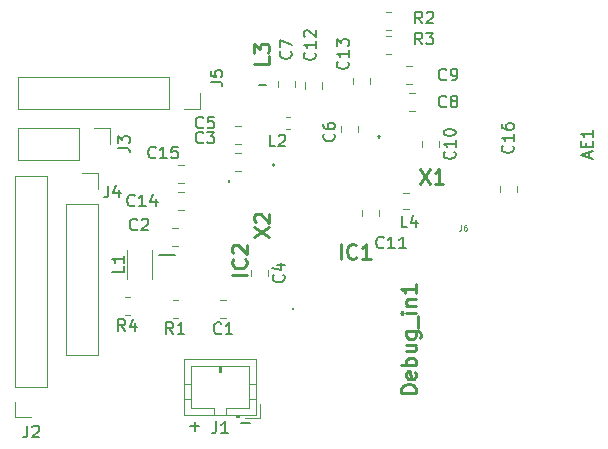
<source format=gbr>
%TF.GenerationSoftware,KiCad,Pcbnew,7.0.1*%
%TF.CreationDate,2023-11-12T22:26:15+01:00*%
%TF.ProjectId,pcbIOT,70636249-4f54-42e6-9b69-6361645f7063,rev?*%
%TF.SameCoordinates,Original*%
%TF.FileFunction,Legend,Top*%
%TF.FilePolarity,Positive*%
%FSLAX46Y46*%
G04 Gerber Fmt 4.6, Leading zero omitted, Abs format (unit mm)*
G04 Created by KiCad (PCBNEW 7.0.1) date 2023-11-12 22:26:15*
%MOMM*%
%LPD*%
G01*
G04 APERTURE LIST*
%ADD10C,0.150000*%
%ADD11C,0.120297*%
%ADD12C,0.254000*%
%ADD13C,0.120000*%
%ADD14C,0.200000*%
G04 APERTURE END LIST*
D10*
X128508095Y-88904666D02*
X129270000Y-88904666D01*
X124190095Y-89158666D02*
X124952000Y-89158666D01*
X124571047Y-89539619D02*
X124571047Y-88777714D01*
D11*
%TO.C,J6*%
X147159604Y-72131419D02*
X147159604Y-72475124D01*
X147159604Y-72475124D02*
X147136690Y-72543865D01*
X147136690Y-72543865D02*
X147090863Y-72589693D01*
X147090863Y-72589693D02*
X147022122Y-72612606D01*
X147022122Y-72612606D02*
X146976295Y-72612606D01*
X147594964Y-72131419D02*
X147503309Y-72131419D01*
X147503309Y-72131419D02*
X147457482Y-72154333D01*
X147457482Y-72154333D02*
X147434568Y-72177247D01*
X147434568Y-72177247D02*
X147388741Y-72245988D01*
X147388741Y-72245988D02*
X147365827Y-72337642D01*
X147365827Y-72337642D02*
X147365827Y-72520952D01*
X147365827Y-72520952D02*
X147388741Y-72566779D01*
X147388741Y-72566779D02*
X147411655Y-72589693D01*
X147411655Y-72589693D02*
X147457482Y-72612606D01*
X147457482Y-72612606D02*
X147549137Y-72612606D01*
X147549137Y-72612606D02*
X147594964Y-72589693D01*
X147594964Y-72589693D02*
X147617878Y-72566779D01*
X147617878Y-72566779D02*
X147640791Y-72520952D01*
X147640791Y-72520952D02*
X147640791Y-72406383D01*
X147640791Y-72406383D02*
X147617878Y-72360556D01*
X147617878Y-72360556D02*
X147594964Y-72337642D01*
X147594964Y-72337642D02*
X147549137Y-72314729D01*
X147549137Y-72314729D02*
X147457482Y-72314729D01*
X147457482Y-72314729D02*
X147411655Y-72337642D01*
X147411655Y-72337642D02*
X147388741Y-72360556D01*
X147388741Y-72360556D02*
X147365827Y-72406383D01*
D10*
%TO.C,C16*%
X151497380Y-65412857D02*
X151545000Y-65460476D01*
X151545000Y-65460476D02*
X151592619Y-65603333D01*
X151592619Y-65603333D02*
X151592619Y-65698571D01*
X151592619Y-65698571D02*
X151545000Y-65841428D01*
X151545000Y-65841428D02*
X151449761Y-65936666D01*
X151449761Y-65936666D02*
X151354523Y-65984285D01*
X151354523Y-65984285D02*
X151164047Y-66031904D01*
X151164047Y-66031904D02*
X151021190Y-66031904D01*
X151021190Y-66031904D02*
X150830714Y-65984285D01*
X150830714Y-65984285D02*
X150735476Y-65936666D01*
X150735476Y-65936666D02*
X150640238Y-65841428D01*
X150640238Y-65841428D02*
X150592619Y-65698571D01*
X150592619Y-65698571D02*
X150592619Y-65603333D01*
X150592619Y-65603333D02*
X150640238Y-65460476D01*
X150640238Y-65460476D02*
X150687857Y-65412857D01*
X151592619Y-64460476D02*
X151592619Y-65031904D01*
X151592619Y-64746190D02*
X150592619Y-64746190D01*
X150592619Y-64746190D02*
X150735476Y-64841428D01*
X150735476Y-64841428D02*
X150830714Y-64936666D01*
X150830714Y-64936666D02*
X150878333Y-65031904D01*
X150592619Y-63603333D02*
X150592619Y-63793809D01*
X150592619Y-63793809D02*
X150640238Y-63889047D01*
X150640238Y-63889047D02*
X150687857Y-63936666D01*
X150687857Y-63936666D02*
X150830714Y-64031904D01*
X150830714Y-64031904D02*
X151021190Y-64079523D01*
X151021190Y-64079523D02*
X151402142Y-64079523D01*
X151402142Y-64079523D02*
X151497380Y-64031904D01*
X151497380Y-64031904D02*
X151545000Y-63984285D01*
X151545000Y-63984285D02*
X151592619Y-63889047D01*
X151592619Y-63889047D02*
X151592619Y-63698571D01*
X151592619Y-63698571D02*
X151545000Y-63603333D01*
X151545000Y-63603333D02*
X151497380Y-63555714D01*
X151497380Y-63555714D02*
X151402142Y-63508095D01*
X151402142Y-63508095D02*
X151164047Y-63508095D01*
X151164047Y-63508095D02*
X151068809Y-63555714D01*
X151068809Y-63555714D02*
X151021190Y-63603333D01*
X151021190Y-63603333D02*
X150973571Y-63698571D01*
X150973571Y-63698571D02*
X150973571Y-63889047D01*
X150973571Y-63889047D02*
X151021190Y-63984285D01*
X151021190Y-63984285D02*
X151068809Y-64031904D01*
X151068809Y-64031904D02*
X151164047Y-64079523D01*
%TO.C,C8*%
X145883333Y-62089380D02*
X145835714Y-62137000D01*
X145835714Y-62137000D02*
X145692857Y-62184619D01*
X145692857Y-62184619D02*
X145597619Y-62184619D01*
X145597619Y-62184619D02*
X145454762Y-62137000D01*
X145454762Y-62137000D02*
X145359524Y-62041761D01*
X145359524Y-62041761D02*
X145311905Y-61946523D01*
X145311905Y-61946523D02*
X145264286Y-61756047D01*
X145264286Y-61756047D02*
X145264286Y-61613190D01*
X145264286Y-61613190D02*
X145311905Y-61422714D01*
X145311905Y-61422714D02*
X145359524Y-61327476D01*
X145359524Y-61327476D02*
X145454762Y-61232238D01*
X145454762Y-61232238D02*
X145597619Y-61184619D01*
X145597619Y-61184619D02*
X145692857Y-61184619D01*
X145692857Y-61184619D02*
X145835714Y-61232238D01*
X145835714Y-61232238D02*
X145883333Y-61279857D01*
X146454762Y-61613190D02*
X146359524Y-61565571D01*
X146359524Y-61565571D02*
X146311905Y-61517952D01*
X146311905Y-61517952D02*
X146264286Y-61422714D01*
X146264286Y-61422714D02*
X146264286Y-61375095D01*
X146264286Y-61375095D02*
X146311905Y-61279857D01*
X146311905Y-61279857D02*
X146359524Y-61232238D01*
X146359524Y-61232238D02*
X146454762Y-61184619D01*
X146454762Y-61184619D02*
X146645238Y-61184619D01*
X146645238Y-61184619D02*
X146740476Y-61232238D01*
X146740476Y-61232238D02*
X146788095Y-61279857D01*
X146788095Y-61279857D02*
X146835714Y-61375095D01*
X146835714Y-61375095D02*
X146835714Y-61422714D01*
X146835714Y-61422714D02*
X146788095Y-61517952D01*
X146788095Y-61517952D02*
X146740476Y-61565571D01*
X146740476Y-61565571D02*
X146645238Y-61613190D01*
X146645238Y-61613190D02*
X146454762Y-61613190D01*
X146454762Y-61613190D02*
X146359524Y-61660809D01*
X146359524Y-61660809D02*
X146311905Y-61708428D01*
X146311905Y-61708428D02*
X146264286Y-61803666D01*
X146264286Y-61803666D02*
X146264286Y-61994142D01*
X146264286Y-61994142D02*
X146311905Y-62089380D01*
X146311905Y-62089380D02*
X146359524Y-62137000D01*
X146359524Y-62137000D02*
X146454762Y-62184619D01*
X146454762Y-62184619D02*
X146645238Y-62184619D01*
X146645238Y-62184619D02*
X146740476Y-62137000D01*
X146740476Y-62137000D02*
X146788095Y-62089380D01*
X146788095Y-62089380D02*
X146835714Y-61994142D01*
X146835714Y-61994142D02*
X146835714Y-61803666D01*
X146835714Y-61803666D02*
X146788095Y-61708428D01*
X146788095Y-61708428D02*
X146740476Y-61660809D01*
X146740476Y-61660809D02*
X146645238Y-61613190D01*
D12*
%TO.C,IC1*%
X136936237Y-75009526D02*
X136936237Y-73739526D01*
X138266714Y-74888573D02*
X138206238Y-74949050D01*
X138206238Y-74949050D02*
X138024809Y-75009526D01*
X138024809Y-75009526D02*
X137903857Y-75009526D01*
X137903857Y-75009526D02*
X137722428Y-74949050D01*
X137722428Y-74949050D02*
X137601476Y-74828097D01*
X137601476Y-74828097D02*
X137540999Y-74707145D01*
X137540999Y-74707145D02*
X137480523Y-74465240D01*
X137480523Y-74465240D02*
X137480523Y-74283811D01*
X137480523Y-74283811D02*
X137540999Y-74041907D01*
X137540999Y-74041907D02*
X137601476Y-73920954D01*
X137601476Y-73920954D02*
X137722428Y-73800002D01*
X137722428Y-73800002D02*
X137903857Y-73739526D01*
X137903857Y-73739526D02*
X138024809Y-73739526D01*
X138024809Y-73739526D02*
X138206238Y-73800002D01*
X138206238Y-73800002D02*
X138266714Y-73860478D01*
X139476238Y-75009526D02*
X138750523Y-75009526D01*
X139113380Y-75009526D02*
X139113380Y-73739526D01*
X139113380Y-73739526D02*
X138992428Y-73920954D01*
X138992428Y-73920954D02*
X138871476Y-74041907D01*
X138871476Y-74041907D02*
X138750523Y-74102383D01*
D10*
%TO.C,L4*%
X142581333Y-72344619D02*
X142105143Y-72344619D01*
X142105143Y-72344619D02*
X142105143Y-71344619D01*
X143343238Y-71677952D02*
X143343238Y-72344619D01*
X143105143Y-71297000D02*
X142867048Y-72011285D01*
X142867048Y-72011285D02*
X143486095Y-72011285D01*
%TO.C,C6*%
X136355380Y-64428666D02*
X136403000Y-64476285D01*
X136403000Y-64476285D02*
X136450619Y-64619142D01*
X136450619Y-64619142D02*
X136450619Y-64714380D01*
X136450619Y-64714380D02*
X136403000Y-64857237D01*
X136403000Y-64857237D02*
X136307761Y-64952475D01*
X136307761Y-64952475D02*
X136212523Y-65000094D01*
X136212523Y-65000094D02*
X136022047Y-65047713D01*
X136022047Y-65047713D02*
X135879190Y-65047713D01*
X135879190Y-65047713D02*
X135688714Y-65000094D01*
X135688714Y-65000094D02*
X135593476Y-64952475D01*
X135593476Y-64952475D02*
X135498238Y-64857237D01*
X135498238Y-64857237D02*
X135450619Y-64714380D01*
X135450619Y-64714380D02*
X135450619Y-64619142D01*
X135450619Y-64619142D02*
X135498238Y-64476285D01*
X135498238Y-64476285D02*
X135545857Y-64428666D01*
X135450619Y-63571523D02*
X135450619Y-63761999D01*
X135450619Y-63761999D02*
X135498238Y-63857237D01*
X135498238Y-63857237D02*
X135545857Y-63904856D01*
X135545857Y-63904856D02*
X135688714Y-64000094D01*
X135688714Y-64000094D02*
X135879190Y-64047713D01*
X135879190Y-64047713D02*
X136260142Y-64047713D01*
X136260142Y-64047713D02*
X136355380Y-64000094D01*
X136355380Y-64000094D02*
X136403000Y-63952475D01*
X136403000Y-63952475D02*
X136450619Y-63857237D01*
X136450619Y-63857237D02*
X136450619Y-63666761D01*
X136450619Y-63666761D02*
X136403000Y-63571523D01*
X136403000Y-63571523D02*
X136355380Y-63523904D01*
X136355380Y-63523904D02*
X136260142Y-63476285D01*
X136260142Y-63476285D02*
X136022047Y-63476285D01*
X136022047Y-63476285D02*
X135926809Y-63523904D01*
X135926809Y-63523904D02*
X135879190Y-63571523D01*
X135879190Y-63571523D02*
X135831571Y-63666761D01*
X135831571Y-63666761D02*
X135831571Y-63857237D01*
X135831571Y-63857237D02*
X135879190Y-63952475D01*
X135879190Y-63952475D02*
X135926809Y-64000094D01*
X135926809Y-64000094D02*
X136022047Y-64047713D01*
%TO.C,C1*%
X126833333Y-81295380D02*
X126785714Y-81343000D01*
X126785714Y-81343000D02*
X126642857Y-81390619D01*
X126642857Y-81390619D02*
X126547619Y-81390619D01*
X126547619Y-81390619D02*
X126404762Y-81343000D01*
X126404762Y-81343000D02*
X126309524Y-81247761D01*
X126309524Y-81247761D02*
X126261905Y-81152523D01*
X126261905Y-81152523D02*
X126214286Y-80962047D01*
X126214286Y-80962047D02*
X126214286Y-80819190D01*
X126214286Y-80819190D02*
X126261905Y-80628714D01*
X126261905Y-80628714D02*
X126309524Y-80533476D01*
X126309524Y-80533476D02*
X126404762Y-80438238D01*
X126404762Y-80438238D02*
X126547619Y-80390619D01*
X126547619Y-80390619D02*
X126642857Y-80390619D01*
X126642857Y-80390619D02*
X126785714Y-80438238D01*
X126785714Y-80438238D02*
X126833333Y-80485857D01*
X127785714Y-81390619D02*
X127214286Y-81390619D01*
X127500000Y-81390619D02*
X127500000Y-80390619D01*
X127500000Y-80390619D02*
X127404762Y-80533476D01*
X127404762Y-80533476D02*
X127309524Y-80628714D01*
X127309524Y-80628714D02*
X127214286Y-80676333D01*
%TO.C,C2*%
X119721333Y-72503380D02*
X119673714Y-72551000D01*
X119673714Y-72551000D02*
X119530857Y-72598619D01*
X119530857Y-72598619D02*
X119435619Y-72598619D01*
X119435619Y-72598619D02*
X119292762Y-72551000D01*
X119292762Y-72551000D02*
X119197524Y-72455761D01*
X119197524Y-72455761D02*
X119149905Y-72360523D01*
X119149905Y-72360523D02*
X119102286Y-72170047D01*
X119102286Y-72170047D02*
X119102286Y-72027190D01*
X119102286Y-72027190D02*
X119149905Y-71836714D01*
X119149905Y-71836714D02*
X119197524Y-71741476D01*
X119197524Y-71741476D02*
X119292762Y-71646238D01*
X119292762Y-71646238D02*
X119435619Y-71598619D01*
X119435619Y-71598619D02*
X119530857Y-71598619D01*
X119530857Y-71598619D02*
X119673714Y-71646238D01*
X119673714Y-71646238D02*
X119721333Y-71693857D01*
X120102286Y-71693857D02*
X120149905Y-71646238D01*
X120149905Y-71646238D02*
X120245143Y-71598619D01*
X120245143Y-71598619D02*
X120483238Y-71598619D01*
X120483238Y-71598619D02*
X120578476Y-71646238D01*
X120578476Y-71646238D02*
X120626095Y-71693857D01*
X120626095Y-71693857D02*
X120673714Y-71789095D01*
X120673714Y-71789095D02*
X120673714Y-71884333D01*
X120673714Y-71884333D02*
X120626095Y-72027190D01*
X120626095Y-72027190D02*
X120054667Y-72598619D01*
X120054667Y-72598619D02*
X120673714Y-72598619D01*
%TO.C,J5*%
X125930619Y-60023333D02*
X126644904Y-60023333D01*
X126644904Y-60023333D02*
X126787761Y-60070952D01*
X126787761Y-60070952D02*
X126883000Y-60166190D01*
X126883000Y-60166190D02*
X126930619Y-60309047D01*
X126930619Y-60309047D02*
X126930619Y-60404285D01*
X125930619Y-59070952D02*
X125930619Y-59547142D01*
X125930619Y-59547142D02*
X126406809Y-59594761D01*
X126406809Y-59594761D02*
X126359190Y-59547142D01*
X126359190Y-59547142D02*
X126311571Y-59451904D01*
X126311571Y-59451904D02*
X126311571Y-59213809D01*
X126311571Y-59213809D02*
X126359190Y-59118571D01*
X126359190Y-59118571D02*
X126406809Y-59070952D01*
X126406809Y-59070952D02*
X126502047Y-59023333D01*
X126502047Y-59023333D02*
X126740142Y-59023333D01*
X126740142Y-59023333D02*
X126835380Y-59070952D01*
X126835380Y-59070952D02*
X126883000Y-59118571D01*
X126883000Y-59118571D02*
X126930619Y-59213809D01*
X126930619Y-59213809D02*
X126930619Y-59451904D01*
X126930619Y-59451904D02*
X126883000Y-59547142D01*
X126883000Y-59547142D02*
X126835380Y-59594761D01*
D12*
%TO.C,IC2*%
X128997439Y-76348702D02*
X127727439Y-76348702D01*
X128876486Y-75018225D02*
X128936963Y-75078701D01*
X128936963Y-75078701D02*
X128997439Y-75260130D01*
X128997439Y-75260130D02*
X128997439Y-75381082D01*
X128997439Y-75381082D02*
X128936963Y-75562511D01*
X128936963Y-75562511D02*
X128816010Y-75683463D01*
X128816010Y-75683463D02*
X128695058Y-75743940D01*
X128695058Y-75743940D02*
X128453153Y-75804416D01*
X128453153Y-75804416D02*
X128271724Y-75804416D01*
X128271724Y-75804416D02*
X128029820Y-75743940D01*
X128029820Y-75743940D02*
X127908867Y-75683463D01*
X127908867Y-75683463D02*
X127787915Y-75562511D01*
X127787915Y-75562511D02*
X127727439Y-75381082D01*
X127727439Y-75381082D02*
X127727439Y-75260130D01*
X127727439Y-75260130D02*
X127787915Y-75078701D01*
X127787915Y-75078701D02*
X127848391Y-75018225D01*
X127848391Y-74534416D02*
X127787915Y-74473940D01*
X127787915Y-74473940D02*
X127727439Y-74352987D01*
X127727439Y-74352987D02*
X127727439Y-74050606D01*
X127727439Y-74050606D02*
X127787915Y-73929654D01*
X127787915Y-73929654D02*
X127848391Y-73869178D01*
X127848391Y-73869178D02*
X127969343Y-73808701D01*
X127969343Y-73808701D02*
X128090296Y-73808701D01*
X128090296Y-73808701D02*
X128271724Y-73869178D01*
X128271724Y-73869178D02*
X128997439Y-74594892D01*
X128997439Y-74594892D02*
X128997439Y-73808701D01*
D10*
%TO.C,J1*%
X126412666Y-88764619D02*
X126412666Y-89478904D01*
X126412666Y-89478904D02*
X126365047Y-89621761D01*
X126365047Y-89621761D02*
X126269809Y-89717000D01*
X126269809Y-89717000D02*
X126126952Y-89764619D01*
X126126952Y-89764619D02*
X126031714Y-89764619D01*
X127412666Y-89764619D02*
X126841238Y-89764619D01*
X127126952Y-89764619D02*
X127126952Y-88764619D01*
X127126952Y-88764619D02*
X127031714Y-88907476D01*
X127031714Y-88907476D02*
X126936476Y-89002714D01*
X126936476Y-89002714D02*
X126841238Y-89050333D01*
D12*
%TO.C,L3*%
X130889526Y-57869666D02*
X130889526Y-58474428D01*
X130889526Y-58474428D02*
X129619526Y-58474428D01*
X129619526Y-57567285D02*
X129619526Y-56781094D01*
X129619526Y-56781094D02*
X130103335Y-57204428D01*
X130103335Y-57204428D02*
X130103335Y-57022999D01*
X130103335Y-57022999D02*
X130163811Y-56902047D01*
X130163811Y-56902047D02*
X130224288Y-56841571D01*
X130224288Y-56841571D02*
X130345240Y-56781094D01*
X130345240Y-56781094D02*
X130647621Y-56781094D01*
X130647621Y-56781094D02*
X130768573Y-56841571D01*
X130768573Y-56841571D02*
X130829050Y-56902047D01*
X130829050Y-56902047D02*
X130889526Y-57022999D01*
X130889526Y-57022999D02*
X130889526Y-57385856D01*
X130889526Y-57385856D02*
X130829050Y-57506809D01*
X130829050Y-57506809D02*
X130768573Y-57567285D01*
D10*
%TO.C,C13*%
X137527380Y-58300857D02*
X137575000Y-58348476D01*
X137575000Y-58348476D02*
X137622619Y-58491333D01*
X137622619Y-58491333D02*
X137622619Y-58586571D01*
X137622619Y-58586571D02*
X137575000Y-58729428D01*
X137575000Y-58729428D02*
X137479761Y-58824666D01*
X137479761Y-58824666D02*
X137384523Y-58872285D01*
X137384523Y-58872285D02*
X137194047Y-58919904D01*
X137194047Y-58919904D02*
X137051190Y-58919904D01*
X137051190Y-58919904D02*
X136860714Y-58872285D01*
X136860714Y-58872285D02*
X136765476Y-58824666D01*
X136765476Y-58824666D02*
X136670238Y-58729428D01*
X136670238Y-58729428D02*
X136622619Y-58586571D01*
X136622619Y-58586571D02*
X136622619Y-58491333D01*
X136622619Y-58491333D02*
X136670238Y-58348476D01*
X136670238Y-58348476D02*
X136717857Y-58300857D01*
X137622619Y-57348476D02*
X137622619Y-57919904D01*
X137622619Y-57634190D02*
X136622619Y-57634190D01*
X136622619Y-57634190D02*
X136765476Y-57729428D01*
X136765476Y-57729428D02*
X136860714Y-57824666D01*
X136860714Y-57824666D02*
X136908333Y-57919904D01*
X136622619Y-57015142D02*
X136622619Y-56396095D01*
X136622619Y-56396095D02*
X137003571Y-56729428D01*
X137003571Y-56729428D02*
X137003571Y-56586571D01*
X137003571Y-56586571D02*
X137051190Y-56491333D01*
X137051190Y-56491333D02*
X137098809Y-56443714D01*
X137098809Y-56443714D02*
X137194047Y-56396095D01*
X137194047Y-56396095D02*
X137432142Y-56396095D01*
X137432142Y-56396095D02*
X137527380Y-56443714D01*
X137527380Y-56443714D02*
X137575000Y-56491333D01*
X137575000Y-56491333D02*
X137622619Y-56586571D01*
X137622619Y-56586571D02*
X137622619Y-56872285D01*
X137622619Y-56872285D02*
X137575000Y-56967523D01*
X137575000Y-56967523D02*
X137527380Y-57015142D01*
%TO.C,R3*%
X143851333Y-56850619D02*
X143518000Y-56374428D01*
X143279905Y-56850619D02*
X143279905Y-55850619D01*
X143279905Y-55850619D02*
X143660857Y-55850619D01*
X143660857Y-55850619D02*
X143756095Y-55898238D01*
X143756095Y-55898238D02*
X143803714Y-55945857D01*
X143803714Y-55945857D02*
X143851333Y-56041095D01*
X143851333Y-56041095D02*
X143851333Y-56183952D01*
X143851333Y-56183952D02*
X143803714Y-56279190D01*
X143803714Y-56279190D02*
X143756095Y-56326809D01*
X143756095Y-56326809D02*
X143660857Y-56374428D01*
X143660857Y-56374428D02*
X143279905Y-56374428D01*
X144184667Y-55850619D02*
X144803714Y-55850619D01*
X144803714Y-55850619D02*
X144470381Y-56231571D01*
X144470381Y-56231571D02*
X144613238Y-56231571D01*
X144613238Y-56231571D02*
X144708476Y-56279190D01*
X144708476Y-56279190D02*
X144756095Y-56326809D01*
X144756095Y-56326809D02*
X144803714Y-56422047D01*
X144803714Y-56422047D02*
X144803714Y-56660142D01*
X144803714Y-56660142D02*
X144756095Y-56755380D01*
X144756095Y-56755380D02*
X144708476Y-56803000D01*
X144708476Y-56803000D02*
X144613238Y-56850619D01*
X144613238Y-56850619D02*
X144327524Y-56850619D01*
X144327524Y-56850619D02*
X144232286Y-56803000D01*
X144232286Y-56803000D02*
X144184667Y-56755380D01*
%TO.C,C7*%
X132701380Y-57443666D02*
X132749000Y-57491285D01*
X132749000Y-57491285D02*
X132796619Y-57634142D01*
X132796619Y-57634142D02*
X132796619Y-57729380D01*
X132796619Y-57729380D02*
X132749000Y-57872237D01*
X132749000Y-57872237D02*
X132653761Y-57967475D01*
X132653761Y-57967475D02*
X132558523Y-58015094D01*
X132558523Y-58015094D02*
X132368047Y-58062713D01*
X132368047Y-58062713D02*
X132225190Y-58062713D01*
X132225190Y-58062713D02*
X132034714Y-58015094D01*
X132034714Y-58015094D02*
X131939476Y-57967475D01*
X131939476Y-57967475D02*
X131844238Y-57872237D01*
X131844238Y-57872237D02*
X131796619Y-57729380D01*
X131796619Y-57729380D02*
X131796619Y-57634142D01*
X131796619Y-57634142D02*
X131844238Y-57491285D01*
X131844238Y-57491285D02*
X131891857Y-57443666D01*
X131796619Y-57110332D02*
X131796619Y-56443666D01*
X131796619Y-56443666D02*
X132796619Y-56872237D01*
%TO.C,C15*%
X121277142Y-66407380D02*
X121229523Y-66455000D01*
X121229523Y-66455000D02*
X121086666Y-66502619D01*
X121086666Y-66502619D02*
X120991428Y-66502619D01*
X120991428Y-66502619D02*
X120848571Y-66455000D01*
X120848571Y-66455000D02*
X120753333Y-66359761D01*
X120753333Y-66359761D02*
X120705714Y-66264523D01*
X120705714Y-66264523D02*
X120658095Y-66074047D01*
X120658095Y-66074047D02*
X120658095Y-65931190D01*
X120658095Y-65931190D02*
X120705714Y-65740714D01*
X120705714Y-65740714D02*
X120753333Y-65645476D01*
X120753333Y-65645476D02*
X120848571Y-65550238D01*
X120848571Y-65550238D02*
X120991428Y-65502619D01*
X120991428Y-65502619D02*
X121086666Y-65502619D01*
X121086666Y-65502619D02*
X121229523Y-65550238D01*
X121229523Y-65550238D02*
X121277142Y-65597857D01*
X122229523Y-66502619D02*
X121658095Y-66502619D01*
X121943809Y-66502619D02*
X121943809Y-65502619D01*
X121943809Y-65502619D02*
X121848571Y-65645476D01*
X121848571Y-65645476D02*
X121753333Y-65740714D01*
X121753333Y-65740714D02*
X121658095Y-65788333D01*
X123134285Y-65502619D02*
X122658095Y-65502619D01*
X122658095Y-65502619D02*
X122610476Y-65978809D01*
X122610476Y-65978809D02*
X122658095Y-65931190D01*
X122658095Y-65931190D02*
X122753333Y-65883571D01*
X122753333Y-65883571D02*
X122991428Y-65883571D01*
X122991428Y-65883571D02*
X123086666Y-65931190D01*
X123086666Y-65931190D02*
X123134285Y-65978809D01*
X123134285Y-65978809D02*
X123181904Y-66074047D01*
X123181904Y-66074047D02*
X123181904Y-66312142D01*
X123181904Y-66312142D02*
X123134285Y-66407380D01*
X123134285Y-66407380D02*
X123086666Y-66455000D01*
X123086666Y-66455000D02*
X122991428Y-66502619D01*
X122991428Y-66502619D02*
X122753333Y-66502619D01*
X122753333Y-66502619D02*
X122658095Y-66455000D01*
X122658095Y-66455000D02*
X122610476Y-66407380D01*
%TO.C,J4*%
X117268666Y-68804619D02*
X117268666Y-69518904D01*
X117268666Y-69518904D02*
X117221047Y-69661761D01*
X117221047Y-69661761D02*
X117125809Y-69757000D01*
X117125809Y-69757000D02*
X116982952Y-69804619D01*
X116982952Y-69804619D02*
X116887714Y-69804619D01*
X118173428Y-69137952D02*
X118173428Y-69804619D01*
X117935333Y-68757000D02*
X117697238Y-69471285D01*
X117697238Y-69471285D02*
X118316285Y-69471285D01*
D12*
%TO.C,Debug_in1*%
X143335526Y-86353953D02*
X142065526Y-86353953D01*
X142065526Y-86353953D02*
X142065526Y-86051572D01*
X142065526Y-86051572D02*
X142126002Y-85870143D01*
X142126002Y-85870143D02*
X142246954Y-85749191D01*
X142246954Y-85749191D02*
X142367907Y-85688714D01*
X142367907Y-85688714D02*
X142609811Y-85628238D01*
X142609811Y-85628238D02*
X142791240Y-85628238D01*
X142791240Y-85628238D02*
X143033145Y-85688714D01*
X143033145Y-85688714D02*
X143154097Y-85749191D01*
X143154097Y-85749191D02*
X143275050Y-85870143D01*
X143275050Y-85870143D02*
X143335526Y-86051572D01*
X143335526Y-86051572D02*
X143335526Y-86353953D01*
X143275050Y-84600143D02*
X143335526Y-84721095D01*
X143335526Y-84721095D02*
X143335526Y-84963000D01*
X143335526Y-84963000D02*
X143275050Y-85083953D01*
X143275050Y-85083953D02*
X143154097Y-85144429D01*
X143154097Y-85144429D02*
X142670288Y-85144429D01*
X142670288Y-85144429D02*
X142549335Y-85083953D01*
X142549335Y-85083953D02*
X142488859Y-84963000D01*
X142488859Y-84963000D02*
X142488859Y-84721095D01*
X142488859Y-84721095D02*
X142549335Y-84600143D01*
X142549335Y-84600143D02*
X142670288Y-84539667D01*
X142670288Y-84539667D02*
X142791240Y-84539667D01*
X142791240Y-84539667D02*
X142912192Y-85144429D01*
X143335526Y-83995382D02*
X142065526Y-83995382D01*
X142549335Y-83995382D02*
X142488859Y-83874429D01*
X142488859Y-83874429D02*
X142488859Y-83632524D01*
X142488859Y-83632524D02*
X142549335Y-83511572D01*
X142549335Y-83511572D02*
X142609811Y-83451096D01*
X142609811Y-83451096D02*
X142730764Y-83390620D01*
X142730764Y-83390620D02*
X143093621Y-83390620D01*
X143093621Y-83390620D02*
X143214573Y-83451096D01*
X143214573Y-83451096D02*
X143275050Y-83511572D01*
X143275050Y-83511572D02*
X143335526Y-83632524D01*
X143335526Y-83632524D02*
X143335526Y-83874429D01*
X143335526Y-83874429D02*
X143275050Y-83995382D01*
X142488859Y-82302048D02*
X143335526Y-82302048D01*
X142488859Y-82846334D02*
X143154097Y-82846334D01*
X143154097Y-82846334D02*
X143275050Y-82785857D01*
X143275050Y-82785857D02*
X143335526Y-82664905D01*
X143335526Y-82664905D02*
X143335526Y-82483476D01*
X143335526Y-82483476D02*
X143275050Y-82362524D01*
X143275050Y-82362524D02*
X143214573Y-82302048D01*
X142488859Y-81153000D02*
X143516954Y-81153000D01*
X143516954Y-81153000D02*
X143637907Y-81213476D01*
X143637907Y-81213476D02*
X143698383Y-81273952D01*
X143698383Y-81273952D02*
X143758859Y-81394905D01*
X143758859Y-81394905D02*
X143758859Y-81576333D01*
X143758859Y-81576333D02*
X143698383Y-81697286D01*
X143275050Y-81153000D02*
X143335526Y-81273952D01*
X143335526Y-81273952D02*
X143335526Y-81515857D01*
X143335526Y-81515857D02*
X143275050Y-81636809D01*
X143275050Y-81636809D02*
X143214573Y-81697286D01*
X143214573Y-81697286D02*
X143093621Y-81757762D01*
X143093621Y-81757762D02*
X142730764Y-81757762D01*
X142730764Y-81757762D02*
X142609811Y-81697286D01*
X142609811Y-81697286D02*
X142549335Y-81636809D01*
X142549335Y-81636809D02*
X142488859Y-81515857D01*
X142488859Y-81515857D02*
X142488859Y-81273952D01*
X142488859Y-81273952D02*
X142549335Y-81153000D01*
X143456478Y-80850619D02*
X143456478Y-79882999D01*
X143335526Y-79580619D02*
X142488859Y-79580619D01*
X142065526Y-79580619D02*
X142126002Y-79641095D01*
X142126002Y-79641095D02*
X142186478Y-79580619D01*
X142186478Y-79580619D02*
X142126002Y-79520142D01*
X142126002Y-79520142D02*
X142065526Y-79580619D01*
X142065526Y-79580619D02*
X142186478Y-79580619D01*
X142488859Y-78975857D02*
X143335526Y-78975857D01*
X142609811Y-78975857D02*
X142549335Y-78915380D01*
X142549335Y-78915380D02*
X142488859Y-78794428D01*
X142488859Y-78794428D02*
X142488859Y-78612999D01*
X142488859Y-78612999D02*
X142549335Y-78492047D01*
X142549335Y-78492047D02*
X142670288Y-78431571D01*
X142670288Y-78431571D02*
X143335526Y-78431571D01*
X143335526Y-77161570D02*
X143335526Y-77887285D01*
X143335526Y-77524428D02*
X142065526Y-77524428D01*
X142065526Y-77524428D02*
X142246954Y-77645380D01*
X142246954Y-77645380D02*
X142367907Y-77766332D01*
X142367907Y-77766332D02*
X142428383Y-77887285D01*
%TO.C,X1*%
X143628444Y-67405843D02*
X144475111Y-68675843D01*
X144475111Y-67405843D02*
X143628444Y-68675843D01*
X145624159Y-68675843D02*
X144898444Y-68675843D01*
X145261301Y-68675843D02*
X145261301Y-67405843D01*
X145261301Y-67405843D02*
X145140349Y-67587271D01*
X145140349Y-67587271D02*
X145019397Y-67708224D01*
X145019397Y-67708224D02*
X144898444Y-67768700D01*
D10*
%TO.C,R1*%
X122769333Y-81360619D02*
X122436000Y-80884428D01*
X122197905Y-81360619D02*
X122197905Y-80360619D01*
X122197905Y-80360619D02*
X122578857Y-80360619D01*
X122578857Y-80360619D02*
X122674095Y-80408238D01*
X122674095Y-80408238D02*
X122721714Y-80455857D01*
X122721714Y-80455857D02*
X122769333Y-80551095D01*
X122769333Y-80551095D02*
X122769333Y-80693952D01*
X122769333Y-80693952D02*
X122721714Y-80789190D01*
X122721714Y-80789190D02*
X122674095Y-80836809D01*
X122674095Y-80836809D02*
X122578857Y-80884428D01*
X122578857Y-80884428D02*
X122197905Y-80884428D01*
X123721714Y-81360619D02*
X123150286Y-81360619D01*
X123436000Y-81360619D02*
X123436000Y-80360619D01*
X123436000Y-80360619D02*
X123340762Y-80503476D01*
X123340762Y-80503476D02*
X123245524Y-80598714D01*
X123245524Y-80598714D02*
X123150286Y-80646333D01*
%TO.C,C9*%
X145883333Y-59803380D02*
X145835714Y-59851000D01*
X145835714Y-59851000D02*
X145692857Y-59898619D01*
X145692857Y-59898619D02*
X145597619Y-59898619D01*
X145597619Y-59898619D02*
X145454762Y-59851000D01*
X145454762Y-59851000D02*
X145359524Y-59755761D01*
X145359524Y-59755761D02*
X145311905Y-59660523D01*
X145311905Y-59660523D02*
X145264286Y-59470047D01*
X145264286Y-59470047D02*
X145264286Y-59327190D01*
X145264286Y-59327190D02*
X145311905Y-59136714D01*
X145311905Y-59136714D02*
X145359524Y-59041476D01*
X145359524Y-59041476D02*
X145454762Y-58946238D01*
X145454762Y-58946238D02*
X145597619Y-58898619D01*
X145597619Y-58898619D02*
X145692857Y-58898619D01*
X145692857Y-58898619D02*
X145835714Y-58946238D01*
X145835714Y-58946238D02*
X145883333Y-58993857D01*
X146359524Y-59898619D02*
X146550000Y-59898619D01*
X146550000Y-59898619D02*
X146645238Y-59851000D01*
X146645238Y-59851000D02*
X146692857Y-59803380D01*
X146692857Y-59803380D02*
X146788095Y-59660523D01*
X146788095Y-59660523D02*
X146835714Y-59470047D01*
X146835714Y-59470047D02*
X146835714Y-59089095D01*
X146835714Y-59089095D02*
X146788095Y-58993857D01*
X146788095Y-58993857D02*
X146740476Y-58946238D01*
X146740476Y-58946238D02*
X146645238Y-58898619D01*
X146645238Y-58898619D02*
X146454762Y-58898619D01*
X146454762Y-58898619D02*
X146359524Y-58946238D01*
X146359524Y-58946238D02*
X146311905Y-58993857D01*
X146311905Y-58993857D02*
X146264286Y-59089095D01*
X146264286Y-59089095D02*
X146264286Y-59327190D01*
X146264286Y-59327190D02*
X146311905Y-59422428D01*
X146311905Y-59422428D02*
X146359524Y-59470047D01*
X146359524Y-59470047D02*
X146454762Y-59517666D01*
X146454762Y-59517666D02*
X146645238Y-59517666D01*
X146645238Y-59517666D02*
X146740476Y-59470047D01*
X146740476Y-59470047D02*
X146788095Y-59422428D01*
X146788095Y-59422428D02*
X146835714Y-59327190D01*
%TO.C,L1*%
X118572619Y-75604666D02*
X118572619Y-76080856D01*
X118572619Y-76080856D02*
X117572619Y-76080856D01*
X118572619Y-74747523D02*
X118572619Y-75318951D01*
X118572619Y-75033237D02*
X117572619Y-75033237D01*
X117572619Y-75033237D02*
X117715476Y-75128475D01*
X117715476Y-75128475D02*
X117810714Y-75223713D01*
X117810714Y-75223713D02*
X117858333Y-75318951D01*
%TO.C,C12*%
X134733380Y-57538857D02*
X134781000Y-57586476D01*
X134781000Y-57586476D02*
X134828619Y-57729333D01*
X134828619Y-57729333D02*
X134828619Y-57824571D01*
X134828619Y-57824571D02*
X134781000Y-57967428D01*
X134781000Y-57967428D02*
X134685761Y-58062666D01*
X134685761Y-58062666D02*
X134590523Y-58110285D01*
X134590523Y-58110285D02*
X134400047Y-58157904D01*
X134400047Y-58157904D02*
X134257190Y-58157904D01*
X134257190Y-58157904D02*
X134066714Y-58110285D01*
X134066714Y-58110285D02*
X133971476Y-58062666D01*
X133971476Y-58062666D02*
X133876238Y-57967428D01*
X133876238Y-57967428D02*
X133828619Y-57824571D01*
X133828619Y-57824571D02*
X133828619Y-57729333D01*
X133828619Y-57729333D02*
X133876238Y-57586476D01*
X133876238Y-57586476D02*
X133923857Y-57538857D01*
X134828619Y-56586476D02*
X134828619Y-57157904D01*
X134828619Y-56872190D02*
X133828619Y-56872190D01*
X133828619Y-56872190D02*
X133971476Y-56967428D01*
X133971476Y-56967428D02*
X134066714Y-57062666D01*
X134066714Y-57062666D02*
X134114333Y-57157904D01*
X133923857Y-56205523D02*
X133876238Y-56157904D01*
X133876238Y-56157904D02*
X133828619Y-56062666D01*
X133828619Y-56062666D02*
X133828619Y-55824571D01*
X133828619Y-55824571D02*
X133876238Y-55729333D01*
X133876238Y-55729333D02*
X133923857Y-55681714D01*
X133923857Y-55681714D02*
X134019095Y-55634095D01*
X134019095Y-55634095D02*
X134114333Y-55634095D01*
X134114333Y-55634095D02*
X134257190Y-55681714D01*
X134257190Y-55681714D02*
X134828619Y-56253142D01*
X134828619Y-56253142D02*
X134828619Y-55634095D01*
%TO.C,C10*%
X146573380Y-65920857D02*
X146621000Y-65968476D01*
X146621000Y-65968476D02*
X146668619Y-66111333D01*
X146668619Y-66111333D02*
X146668619Y-66206571D01*
X146668619Y-66206571D02*
X146621000Y-66349428D01*
X146621000Y-66349428D02*
X146525761Y-66444666D01*
X146525761Y-66444666D02*
X146430523Y-66492285D01*
X146430523Y-66492285D02*
X146240047Y-66539904D01*
X146240047Y-66539904D02*
X146097190Y-66539904D01*
X146097190Y-66539904D02*
X145906714Y-66492285D01*
X145906714Y-66492285D02*
X145811476Y-66444666D01*
X145811476Y-66444666D02*
X145716238Y-66349428D01*
X145716238Y-66349428D02*
X145668619Y-66206571D01*
X145668619Y-66206571D02*
X145668619Y-66111333D01*
X145668619Y-66111333D02*
X145716238Y-65968476D01*
X145716238Y-65968476D02*
X145763857Y-65920857D01*
X146668619Y-64968476D02*
X146668619Y-65539904D01*
X146668619Y-65254190D02*
X145668619Y-65254190D01*
X145668619Y-65254190D02*
X145811476Y-65349428D01*
X145811476Y-65349428D02*
X145906714Y-65444666D01*
X145906714Y-65444666D02*
X145954333Y-65539904D01*
X145668619Y-64349428D02*
X145668619Y-64254190D01*
X145668619Y-64254190D02*
X145716238Y-64158952D01*
X145716238Y-64158952D02*
X145763857Y-64111333D01*
X145763857Y-64111333D02*
X145859095Y-64063714D01*
X145859095Y-64063714D02*
X146049571Y-64016095D01*
X146049571Y-64016095D02*
X146287666Y-64016095D01*
X146287666Y-64016095D02*
X146478142Y-64063714D01*
X146478142Y-64063714D02*
X146573380Y-64111333D01*
X146573380Y-64111333D02*
X146621000Y-64158952D01*
X146621000Y-64158952D02*
X146668619Y-64254190D01*
X146668619Y-64254190D02*
X146668619Y-64349428D01*
X146668619Y-64349428D02*
X146621000Y-64444666D01*
X146621000Y-64444666D02*
X146573380Y-64492285D01*
X146573380Y-64492285D02*
X146478142Y-64539904D01*
X146478142Y-64539904D02*
X146287666Y-64587523D01*
X146287666Y-64587523D02*
X146049571Y-64587523D01*
X146049571Y-64587523D02*
X145859095Y-64539904D01*
X145859095Y-64539904D02*
X145763857Y-64492285D01*
X145763857Y-64492285D02*
X145716238Y-64444666D01*
X145716238Y-64444666D02*
X145668619Y-64349428D01*
%TO.C,AE1*%
X157995904Y-66444666D02*
X157995904Y-65968476D01*
X158281619Y-66539904D02*
X157281619Y-66206571D01*
X157281619Y-66206571D02*
X158281619Y-65873238D01*
X157757809Y-65539904D02*
X157757809Y-65206571D01*
X158281619Y-65063714D02*
X158281619Y-65539904D01*
X158281619Y-65539904D02*
X157281619Y-65539904D01*
X157281619Y-65539904D02*
X157281619Y-65063714D01*
X158281619Y-64111333D02*
X158281619Y-64682761D01*
X158281619Y-64397047D02*
X157281619Y-64397047D01*
X157281619Y-64397047D02*
X157424476Y-64492285D01*
X157424476Y-64492285D02*
X157519714Y-64587523D01*
X157519714Y-64587523D02*
X157567333Y-64682761D01*
%TO.C,C11*%
X140581142Y-74027380D02*
X140533523Y-74075000D01*
X140533523Y-74075000D02*
X140390666Y-74122619D01*
X140390666Y-74122619D02*
X140295428Y-74122619D01*
X140295428Y-74122619D02*
X140152571Y-74075000D01*
X140152571Y-74075000D02*
X140057333Y-73979761D01*
X140057333Y-73979761D02*
X140009714Y-73884523D01*
X140009714Y-73884523D02*
X139962095Y-73694047D01*
X139962095Y-73694047D02*
X139962095Y-73551190D01*
X139962095Y-73551190D02*
X140009714Y-73360714D01*
X140009714Y-73360714D02*
X140057333Y-73265476D01*
X140057333Y-73265476D02*
X140152571Y-73170238D01*
X140152571Y-73170238D02*
X140295428Y-73122619D01*
X140295428Y-73122619D02*
X140390666Y-73122619D01*
X140390666Y-73122619D02*
X140533523Y-73170238D01*
X140533523Y-73170238D02*
X140581142Y-73217857D01*
X141533523Y-74122619D02*
X140962095Y-74122619D01*
X141247809Y-74122619D02*
X141247809Y-73122619D01*
X141247809Y-73122619D02*
X141152571Y-73265476D01*
X141152571Y-73265476D02*
X141057333Y-73360714D01*
X141057333Y-73360714D02*
X140962095Y-73408333D01*
X142485904Y-74122619D02*
X141914476Y-74122619D01*
X142200190Y-74122619D02*
X142200190Y-73122619D01*
X142200190Y-73122619D02*
X142104952Y-73265476D01*
X142104952Y-73265476D02*
X142009714Y-73360714D01*
X142009714Y-73360714D02*
X141914476Y-73408333D01*
%TO.C,C4*%
X132095380Y-76366666D02*
X132143000Y-76414285D01*
X132143000Y-76414285D02*
X132190619Y-76557142D01*
X132190619Y-76557142D02*
X132190619Y-76652380D01*
X132190619Y-76652380D02*
X132143000Y-76795237D01*
X132143000Y-76795237D02*
X132047761Y-76890475D01*
X132047761Y-76890475D02*
X131952523Y-76938094D01*
X131952523Y-76938094D02*
X131762047Y-76985713D01*
X131762047Y-76985713D02*
X131619190Y-76985713D01*
X131619190Y-76985713D02*
X131428714Y-76938094D01*
X131428714Y-76938094D02*
X131333476Y-76890475D01*
X131333476Y-76890475D02*
X131238238Y-76795237D01*
X131238238Y-76795237D02*
X131190619Y-76652380D01*
X131190619Y-76652380D02*
X131190619Y-76557142D01*
X131190619Y-76557142D02*
X131238238Y-76414285D01*
X131238238Y-76414285D02*
X131285857Y-76366666D01*
X131523952Y-75509523D02*
X132190619Y-75509523D01*
X131143000Y-75747618D02*
X131857285Y-75985713D01*
X131857285Y-75985713D02*
X131857285Y-75366666D01*
%TO.C,L2*%
X131405333Y-65486619D02*
X130929143Y-65486619D01*
X130929143Y-65486619D02*
X130929143Y-64486619D01*
X131691048Y-64581857D02*
X131738667Y-64534238D01*
X131738667Y-64534238D02*
X131833905Y-64486619D01*
X131833905Y-64486619D02*
X132072000Y-64486619D01*
X132072000Y-64486619D02*
X132167238Y-64534238D01*
X132167238Y-64534238D02*
X132214857Y-64581857D01*
X132214857Y-64581857D02*
X132262476Y-64677095D01*
X132262476Y-64677095D02*
X132262476Y-64772333D01*
X132262476Y-64772333D02*
X132214857Y-64915190D01*
X132214857Y-64915190D02*
X131643429Y-65486619D01*
X131643429Y-65486619D02*
X132262476Y-65486619D01*
D12*
%TO.C,X2*%
X129619526Y-73164095D02*
X130889526Y-72317428D01*
X129619526Y-72317428D02*
X130889526Y-73164095D01*
X129740478Y-71894095D02*
X129680002Y-71833619D01*
X129680002Y-71833619D02*
X129619526Y-71712666D01*
X129619526Y-71712666D02*
X129619526Y-71410285D01*
X129619526Y-71410285D02*
X129680002Y-71289333D01*
X129680002Y-71289333D02*
X129740478Y-71228857D01*
X129740478Y-71228857D02*
X129861430Y-71168380D01*
X129861430Y-71168380D02*
X129982383Y-71168380D01*
X129982383Y-71168380D02*
X130163811Y-71228857D01*
X130163811Y-71228857D02*
X130889526Y-71954571D01*
X130889526Y-71954571D02*
X130889526Y-71168380D01*
D10*
%TO.C,R2*%
X143851333Y-55072619D02*
X143518000Y-54596428D01*
X143279905Y-55072619D02*
X143279905Y-54072619D01*
X143279905Y-54072619D02*
X143660857Y-54072619D01*
X143660857Y-54072619D02*
X143756095Y-54120238D01*
X143756095Y-54120238D02*
X143803714Y-54167857D01*
X143803714Y-54167857D02*
X143851333Y-54263095D01*
X143851333Y-54263095D02*
X143851333Y-54405952D01*
X143851333Y-54405952D02*
X143803714Y-54501190D01*
X143803714Y-54501190D02*
X143756095Y-54548809D01*
X143756095Y-54548809D02*
X143660857Y-54596428D01*
X143660857Y-54596428D02*
X143279905Y-54596428D01*
X144232286Y-54167857D02*
X144279905Y-54120238D01*
X144279905Y-54120238D02*
X144375143Y-54072619D01*
X144375143Y-54072619D02*
X144613238Y-54072619D01*
X144613238Y-54072619D02*
X144708476Y-54120238D01*
X144708476Y-54120238D02*
X144756095Y-54167857D01*
X144756095Y-54167857D02*
X144803714Y-54263095D01*
X144803714Y-54263095D02*
X144803714Y-54358333D01*
X144803714Y-54358333D02*
X144756095Y-54501190D01*
X144756095Y-54501190D02*
X144184667Y-55072619D01*
X144184667Y-55072619D02*
X144803714Y-55072619D01*
%TO.C,R4*%
X118705333Y-81106619D02*
X118372000Y-80630428D01*
X118133905Y-81106619D02*
X118133905Y-80106619D01*
X118133905Y-80106619D02*
X118514857Y-80106619D01*
X118514857Y-80106619D02*
X118610095Y-80154238D01*
X118610095Y-80154238D02*
X118657714Y-80201857D01*
X118657714Y-80201857D02*
X118705333Y-80297095D01*
X118705333Y-80297095D02*
X118705333Y-80439952D01*
X118705333Y-80439952D02*
X118657714Y-80535190D01*
X118657714Y-80535190D02*
X118610095Y-80582809D01*
X118610095Y-80582809D02*
X118514857Y-80630428D01*
X118514857Y-80630428D02*
X118133905Y-80630428D01*
X119562476Y-80439952D02*
X119562476Y-81106619D01*
X119324381Y-80059000D02*
X119086286Y-80773285D01*
X119086286Y-80773285D02*
X119705333Y-80773285D01*
%TO.C,J2*%
X110410666Y-89124619D02*
X110410666Y-89838904D01*
X110410666Y-89838904D02*
X110363047Y-89981761D01*
X110363047Y-89981761D02*
X110267809Y-90077000D01*
X110267809Y-90077000D02*
X110124952Y-90124619D01*
X110124952Y-90124619D02*
X110029714Y-90124619D01*
X110839238Y-89219857D02*
X110886857Y-89172238D01*
X110886857Y-89172238D02*
X110982095Y-89124619D01*
X110982095Y-89124619D02*
X111220190Y-89124619D01*
X111220190Y-89124619D02*
X111315428Y-89172238D01*
X111315428Y-89172238D02*
X111363047Y-89219857D01*
X111363047Y-89219857D02*
X111410666Y-89315095D01*
X111410666Y-89315095D02*
X111410666Y-89410333D01*
X111410666Y-89410333D02*
X111363047Y-89553190D01*
X111363047Y-89553190D02*
X110791619Y-90124619D01*
X110791619Y-90124619D02*
X111410666Y-90124619D01*
%TO.C,C3*%
X125309333Y-65137380D02*
X125261714Y-65185000D01*
X125261714Y-65185000D02*
X125118857Y-65232619D01*
X125118857Y-65232619D02*
X125023619Y-65232619D01*
X125023619Y-65232619D02*
X124880762Y-65185000D01*
X124880762Y-65185000D02*
X124785524Y-65089761D01*
X124785524Y-65089761D02*
X124737905Y-64994523D01*
X124737905Y-64994523D02*
X124690286Y-64804047D01*
X124690286Y-64804047D02*
X124690286Y-64661190D01*
X124690286Y-64661190D02*
X124737905Y-64470714D01*
X124737905Y-64470714D02*
X124785524Y-64375476D01*
X124785524Y-64375476D02*
X124880762Y-64280238D01*
X124880762Y-64280238D02*
X125023619Y-64232619D01*
X125023619Y-64232619D02*
X125118857Y-64232619D01*
X125118857Y-64232619D02*
X125261714Y-64280238D01*
X125261714Y-64280238D02*
X125309333Y-64327857D01*
X125642667Y-64232619D02*
X126261714Y-64232619D01*
X126261714Y-64232619D02*
X125928381Y-64613571D01*
X125928381Y-64613571D02*
X126071238Y-64613571D01*
X126071238Y-64613571D02*
X126166476Y-64661190D01*
X126166476Y-64661190D02*
X126214095Y-64708809D01*
X126214095Y-64708809D02*
X126261714Y-64804047D01*
X126261714Y-64804047D02*
X126261714Y-65042142D01*
X126261714Y-65042142D02*
X126214095Y-65137380D01*
X126214095Y-65137380D02*
X126166476Y-65185000D01*
X126166476Y-65185000D02*
X126071238Y-65232619D01*
X126071238Y-65232619D02*
X125785524Y-65232619D01*
X125785524Y-65232619D02*
X125690286Y-65185000D01*
X125690286Y-65185000D02*
X125642667Y-65137380D01*
%TO.C,C5*%
X125309333Y-63867380D02*
X125261714Y-63915000D01*
X125261714Y-63915000D02*
X125118857Y-63962619D01*
X125118857Y-63962619D02*
X125023619Y-63962619D01*
X125023619Y-63962619D02*
X124880762Y-63915000D01*
X124880762Y-63915000D02*
X124785524Y-63819761D01*
X124785524Y-63819761D02*
X124737905Y-63724523D01*
X124737905Y-63724523D02*
X124690286Y-63534047D01*
X124690286Y-63534047D02*
X124690286Y-63391190D01*
X124690286Y-63391190D02*
X124737905Y-63200714D01*
X124737905Y-63200714D02*
X124785524Y-63105476D01*
X124785524Y-63105476D02*
X124880762Y-63010238D01*
X124880762Y-63010238D02*
X125023619Y-62962619D01*
X125023619Y-62962619D02*
X125118857Y-62962619D01*
X125118857Y-62962619D02*
X125261714Y-63010238D01*
X125261714Y-63010238D02*
X125309333Y-63057857D01*
X126214095Y-62962619D02*
X125737905Y-62962619D01*
X125737905Y-62962619D02*
X125690286Y-63438809D01*
X125690286Y-63438809D02*
X125737905Y-63391190D01*
X125737905Y-63391190D02*
X125833143Y-63343571D01*
X125833143Y-63343571D02*
X126071238Y-63343571D01*
X126071238Y-63343571D02*
X126166476Y-63391190D01*
X126166476Y-63391190D02*
X126214095Y-63438809D01*
X126214095Y-63438809D02*
X126261714Y-63534047D01*
X126261714Y-63534047D02*
X126261714Y-63772142D01*
X126261714Y-63772142D02*
X126214095Y-63867380D01*
X126214095Y-63867380D02*
X126166476Y-63915000D01*
X126166476Y-63915000D02*
X126071238Y-63962619D01*
X126071238Y-63962619D02*
X125833143Y-63962619D01*
X125833143Y-63962619D02*
X125737905Y-63915000D01*
X125737905Y-63915000D02*
X125690286Y-63867380D01*
%TO.C,J3*%
X118080619Y-65611333D02*
X118794904Y-65611333D01*
X118794904Y-65611333D02*
X118937761Y-65658952D01*
X118937761Y-65658952D02*
X119033000Y-65754190D01*
X119033000Y-65754190D02*
X119080619Y-65897047D01*
X119080619Y-65897047D02*
X119080619Y-65992285D01*
X118080619Y-65230380D02*
X118080619Y-64611333D01*
X118080619Y-64611333D02*
X118461571Y-64944666D01*
X118461571Y-64944666D02*
X118461571Y-64801809D01*
X118461571Y-64801809D02*
X118509190Y-64706571D01*
X118509190Y-64706571D02*
X118556809Y-64658952D01*
X118556809Y-64658952D02*
X118652047Y-64611333D01*
X118652047Y-64611333D02*
X118890142Y-64611333D01*
X118890142Y-64611333D02*
X118985380Y-64658952D01*
X118985380Y-64658952D02*
X119033000Y-64706571D01*
X119033000Y-64706571D02*
X119080619Y-64801809D01*
X119080619Y-64801809D02*
X119080619Y-65087523D01*
X119080619Y-65087523D02*
X119033000Y-65182761D01*
X119033000Y-65182761D02*
X118985380Y-65230380D01*
%TO.C,C14*%
X119499142Y-70471380D02*
X119451523Y-70519000D01*
X119451523Y-70519000D02*
X119308666Y-70566619D01*
X119308666Y-70566619D02*
X119213428Y-70566619D01*
X119213428Y-70566619D02*
X119070571Y-70519000D01*
X119070571Y-70519000D02*
X118975333Y-70423761D01*
X118975333Y-70423761D02*
X118927714Y-70328523D01*
X118927714Y-70328523D02*
X118880095Y-70138047D01*
X118880095Y-70138047D02*
X118880095Y-69995190D01*
X118880095Y-69995190D02*
X118927714Y-69804714D01*
X118927714Y-69804714D02*
X118975333Y-69709476D01*
X118975333Y-69709476D02*
X119070571Y-69614238D01*
X119070571Y-69614238D02*
X119213428Y-69566619D01*
X119213428Y-69566619D02*
X119308666Y-69566619D01*
X119308666Y-69566619D02*
X119451523Y-69614238D01*
X119451523Y-69614238D02*
X119499142Y-69661857D01*
X120451523Y-70566619D02*
X119880095Y-70566619D01*
X120165809Y-70566619D02*
X120165809Y-69566619D01*
X120165809Y-69566619D02*
X120070571Y-69709476D01*
X120070571Y-69709476D02*
X119975333Y-69804714D01*
X119975333Y-69804714D02*
X119880095Y-69852333D01*
X121308666Y-69899952D02*
X121308666Y-70566619D01*
X121070571Y-69519000D02*
X120832476Y-70233285D01*
X120832476Y-70233285D02*
X121451523Y-70233285D01*
D13*
%TO.C,C16*%
X150395000Y-69349252D02*
X150395000Y-68826748D01*
X151865000Y-69349252D02*
X151865000Y-68826748D01*
%TO.C,C8*%
X142740748Y-60987000D02*
X143263252Y-60987000D01*
X142740748Y-62457000D02*
X143263252Y-62457000D01*
D14*
%TO.C,IC1*%
X131345000Y-67050000D02*
G75*
G03*
X131345000Y-67050000I-100000J0D01*
G01*
D13*
%TO.C,L4*%
X142232748Y-69394000D02*
X142755252Y-69394000D01*
X142232748Y-70814000D02*
X142755252Y-70814000D01*
%TO.C,C6*%
X136933000Y-64269252D02*
X136933000Y-63746748D01*
X138403000Y-64269252D02*
X138403000Y-63746748D01*
%TO.C,C1*%
X127261252Y-79983000D02*
X126738748Y-79983000D01*
X127261252Y-78513000D02*
X126738748Y-78513000D01*
%TO.C,C2*%
X122674748Y-72417000D02*
X123197252Y-72417000D01*
X122674748Y-73887000D02*
X123197252Y-73887000D01*
%TO.C,J5*%
X122428000Y-59630000D02*
X109668000Y-59630000D01*
X122428000Y-59630000D02*
X122428000Y-62290000D01*
X109668000Y-59630000D02*
X109668000Y-62290000D01*
X125028000Y-60960000D02*
X125028000Y-62290000D01*
X125028000Y-62290000D02*
X123698000Y-62290000D01*
X122428000Y-62290000D02*
X109668000Y-62290000D01*
D14*
%TO.C,IC2*%
X121560000Y-74650000D02*
X122960000Y-74650000D01*
D13*
%TO.C,J1*%
X130106000Y-88512000D02*
X130106000Y-87262000D01*
X129806000Y-88212000D02*
X129806000Y-83492000D01*
X129806000Y-86902000D02*
X129196000Y-86902000D01*
X129806000Y-85602000D02*
X129196000Y-85602000D01*
X129806000Y-83492000D02*
X123686000Y-83492000D01*
X129196000Y-87602000D02*
X129196000Y-84102000D01*
X129196000Y-84102000D02*
X124296000Y-84102000D01*
X128856000Y-88512000D02*
X130106000Y-88512000D01*
X128346000Y-88412000D02*
X128346000Y-88212000D01*
X128046000Y-88412000D02*
X128346000Y-88412000D01*
X128046000Y-88312000D02*
X128346000Y-88312000D01*
X128046000Y-88212000D02*
X128046000Y-88412000D01*
X127246000Y-88212000D02*
X127246000Y-87602000D01*
X127246000Y-87602000D02*
X129196000Y-87602000D01*
X126846000Y-84602000D02*
X126646000Y-84602000D01*
X126846000Y-84102000D02*
X126846000Y-84602000D01*
X126746000Y-84102000D02*
X126746000Y-84602000D01*
X126646000Y-84602000D02*
X126646000Y-84102000D01*
X126246000Y-87602000D02*
X126246000Y-88212000D01*
X124296000Y-87602000D02*
X126246000Y-87602000D01*
X124296000Y-84102000D02*
X124296000Y-87602000D01*
X123686000Y-88212000D02*
X129806000Y-88212000D01*
X123686000Y-86902000D02*
X124296000Y-86902000D01*
X123686000Y-85602000D02*
X124296000Y-85602000D01*
X123686000Y-83492000D02*
X123686000Y-88212000D01*
D14*
%TO.C,L3*%
X130602000Y-60298000D02*
X130002000Y-60298000D01*
D13*
%TO.C,C13*%
X137949000Y-60226752D02*
X137949000Y-59704248D01*
X139419000Y-60226752D02*
X139419000Y-59704248D01*
%TO.C,R3*%
X141197064Y-57631000D02*
X140742936Y-57631000D01*
X141197064Y-56161000D02*
X140742936Y-56161000D01*
%TO.C,C7*%
X131599000Y-60459252D02*
X131599000Y-59936748D01*
X133069000Y-60459252D02*
X133069000Y-59936748D01*
%TO.C,C15*%
X123683752Y-68553000D02*
X123161248Y-68553000D01*
X123683752Y-67083000D02*
X123161248Y-67083000D01*
%TO.C,J4*%
X113732000Y-70358000D02*
X113732000Y-83118000D01*
X113732000Y-70358000D02*
X116392000Y-70358000D01*
X113732000Y-83118000D02*
X116392000Y-83118000D01*
X115062000Y-67758000D02*
X116392000Y-67758000D01*
X116392000Y-67758000D02*
X116392000Y-69088000D01*
X116392000Y-70358000D02*
X116392000Y-83118000D01*
D14*
%TO.C,Debug_in1*%
X132922000Y-79188000D02*
X132922000Y-79188000D01*
X132922000Y-79188000D02*
X132922000Y-79188000D01*
X132922000Y-79288000D02*
X132922000Y-79288000D01*
X132922000Y-79288000D02*
G75*
G03*
X132922000Y-79188000I0J50000D01*
G01*
X132922000Y-79188000D02*
G75*
G03*
X132922000Y-79288000I0J-50000D01*
G01*
X132922000Y-79188000D02*
G75*
G03*
X132922000Y-79288000I0J-50000D01*
G01*
%TO.C,X1*%
X140178000Y-64540000D02*
X140178000Y-64540000D01*
X140178000Y-64740000D02*
X140178000Y-64740000D01*
X140178000Y-64740000D02*
G75*
G03*
X140178000Y-64540000I0J100000D01*
G01*
X140178000Y-64540000D02*
G75*
G03*
X140178000Y-64740000I0J-100000D01*
G01*
D13*
%TO.C,R1*%
X123163064Y-79983000D02*
X122708936Y-79983000D01*
X123163064Y-78513000D02*
X122708936Y-78513000D01*
%TO.C,C9*%
X142486748Y-58701000D02*
X143009252Y-58701000D01*
X142486748Y-60171000D02*
X143009252Y-60171000D01*
%TO.C,L1*%
X120948000Y-74215000D02*
X120948000Y-76735000D01*
X118828000Y-74215000D02*
X118828000Y-76735000D01*
%TO.C,C12*%
X133885000Y-60586252D02*
X133885000Y-60063748D01*
X135355000Y-60586252D02*
X135355000Y-60063748D01*
%TO.C,C10*%
X145261000Y-65016748D02*
X145261000Y-65539252D01*
X143791000Y-65016748D02*
X143791000Y-65539252D01*
%TO.C,C11*%
X140181000Y-70858748D02*
X140181000Y-71381252D01*
X138711000Y-70858748D02*
X138711000Y-71381252D01*
%TO.C,C4*%
X130783000Y-75938748D02*
X130783000Y-76461252D01*
X129313000Y-75938748D02*
X129313000Y-76461252D01*
%TO.C,L2*%
X132303733Y-62990000D02*
X132646267Y-62990000D01*
X132303733Y-64010000D02*
X132646267Y-64010000D01*
D14*
%TO.C,X2*%
X127508000Y-68366000D02*
X127508000Y-68366000D01*
X127508000Y-68366000D02*
X127508000Y-68366000D01*
X127508000Y-68466000D02*
X127508000Y-68466000D01*
X127508000Y-68466000D02*
G75*
G03*
X127508000Y-68366000I0J50000D01*
G01*
X127508000Y-68366000D02*
G75*
G03*
X127508000Y-68466000I0J-50000D01*
G01*
X127508000Y-68366000D02*
G75*
G03*
X127508000Y-68466000I0J-50000D01*
G01*
D13*
%TO.C,R2*%
X141197064Y-55599000D02*
X140742936Y-55599000D01*
X141197064Y-54129000D02*
X140742936Y-54129000D01*
%TO.C,R4*%
X119099064Y-79729000D02*
X118644936Y-79729000D01*
X119099064Y-78259000D02*
X118644936Y-78259000D01*
%TO.C,J2*%
X112049000Y-85837000D02*
X112049000Y-67997000D01*
X112049000Y-85837000D02*
X109389000Y-85837000D01*
X112049000Y-67997000D02*
X109389000Y-67997000D01*
X110719000Y-88437000D02*
X109389000Y-88437000D01*
X109389000Y-88437000D02*
X109389000Y-87107000D01*
X109389000Y-85837000D02*
X109389000Y-67997000D01*
%TO.C,C3*%
X127995748Y-66067000D02*
X128518252Y-66067000D01*
X127995748Y-67537000D02*
X128518252Y-67537000D01*
%TO.C,C5*%
X128531252Y-65251000D02*
X128008748Y-65251000D01*
X128531252Y-63781000D02*
X128008748Y-63781000D01*
%TO.C,J3*%
X117408000Y-63948000D02*
X117408000Y-65278000D01*
X116078000Y-63948000D02*
X117408000Y-63948000D01*
X114808000Y-63948000D02*
X109668000Y-63948000D01*
X114808000Y-63948000D02*
X114808000Y-66608000D01*
X109668000Y-63948000D02*
X109668000Y-66608000D01*
X114808000Y-66608000D02*
X109668000Y-66608000D01*
%TO.C,C14*%
X123683752Y-70839000D02*
X123161248Y-70839000D01*
X123683752Y-69369000D02*
X123161248Y-69369000D01*
%TD*%
M02*

</source>
